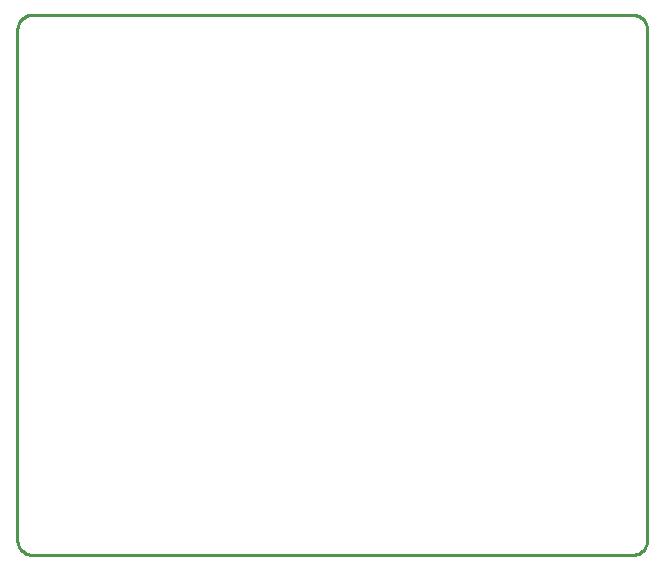
<source format=gbr>
G04 EAGLE Gerber RS-274X export*
G75*
%MOMM*%
%FSLAX34Y34*%
%LPD*%
%IN*%
%IPPOS*%
%AMOC8*
5,1,8,0,0,1.08239X$1,22.5*%
G01*
%ADD10C,0.254000*%


D10*
X0Y12700D02*
X48Y11593D01*
X193Y10495D01*
X433Y9413D01*
X766Y8356D01*
X1190Y7333D01*
X1701Y6350D01*
X2297Y5416D01*
X2971Y4537D01*
X3720Y3720D01*
X4537Y2971D01*
X5416Y2297D01*
X6350Y1701D01*
X7333Y1190D01*
X8356Y766D01*
X9413Y433D01*
X10495Y193D01*
X11593Y48D01*
X12700Y0D01*
X520700Y0D01*
X521807Y48D01*
X522905Y193D01*
X523987Y433D01*
X525044Y766D01*
X526067Y1190D01*
X527050Y1701D01*
X527984Y2297D01*
X528863Y2971D01*
X529680Y3720D01*
X530429Y4537D01*
X531103Y5416D01*
X531699Y6350D01*
X532210Y7333D01*
X532634Y8356D01*
X532967Y9413D01*
X533207Y10495D01*
X533352Y11593D01*
X533400Y12700D01*
X533400Y444500D01*
X533352Y445607D01*
X533207Y446705D01*
X532967Y447787D01*
X532634Y448844D01*
X532210Y449867D01*
X531699Y450850D01*
X531103Y451784D01*
X530429Y452663D01*
X529680Y453480D01*
X528863Y454229D01*
X527984Y454903D01*
X527050Y455499D01*
X526067Y456010D01*
X525044Y456434D01*
X523987Y456767D01*
X522905Y457007D01*
X521807Y457152D01*
X520700Y457200D01*
X12700Y457200D01*
X11593Y457152D01*
X10495Y457007D01*
X9413Y456767D01*
X8356Y456434D01*
X7333Y456010D01*
X6350Y455499D01*
X5416Y454903D01*
X4537Y454229D01*
X3720Y453480D01*
X2971Y452663D01*
X2297Y451784D01*
X1701Y450850D01*
X1190Y449867D01*
X766Y448844D01*
X433Y447787D01*
X193Y446705D01*
X48Y445607D01*
X0Y444500D01*
X0Y12700D01*
M02*

</source>
